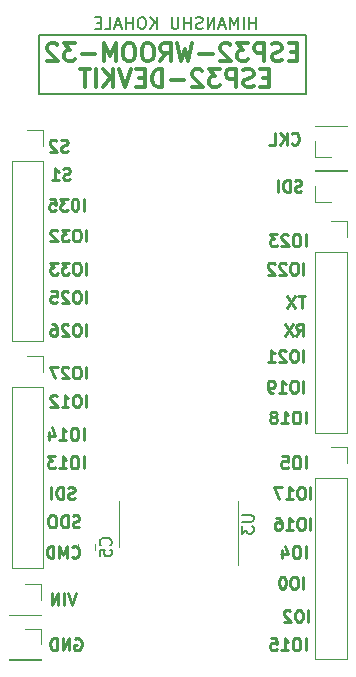
<source format=gbr>
%TF.GenerationSoftware,KiCad,Pcbnew,7.0.2*%
%TF.CreationDate,2023-08-23T23:39:57+05:30*%
%TF.ProjectId,esp32_dev_board,65737033-325f-4646-9576-5f626f617264,rev?*%
%TF.SameCoordinates,Original*%
%TF.FileFunction,Legend,Bot*%
%TF.FilePolarity,Positive*%
%FSLAX46Y46*%
G04 Gerber Fmt 4.6, Leading zero omitted, Abs format (unit mm)*
G04 Created by KiCad (PCBNEW 7.0.2) date 2023-08-23 23:39:57*
%MOMM*%
%LPD*%
G01*
G04 APERTURE LIST*
%ADD10C,0.150000*%
%ADD11C,0.250000*%
%ADD12C,0.300000*%
%ADD13C,0.120000*%
G04 APERTURE END LIST*
D10*
X99800000Y-69200000D02*
X122400000Y-69200000D01*
X122400000Y-74200000D01*
X99800000Y-74200000D01*
X99800000Y-69200000D01*
D11*
X122361904Y-113477619D02*
X122361904Y-112477619D01*
X121695238Y-112477619D02*
X121504762Y-112477619D01*
X121504762Y-112477619D02*
X121409524Y-112525238D01*
X121409524Y-112525238D02*
X121314286Y-112620476D01*
X121314286Y-112620476D02*
X121266667Y-112810952D01*
X121266667Y-112810952D02*
X121266667Y-113144285D01*
X121266667Y-113144285D02*
X121314286Y-113334761D01*
X121314286Y-113334761D02*
X121409524Y-113430000D01*
X121409524Y-113430000D02*
X121504762Y-113477619D01*
X121504762Y-113477619D02*
X121695238Y-113477619D01*
X121695238Y-113477619D02*
X121790476Y-113430000D01*
X121790476Y-113430000D02*
X121885714Y-113334761D01*
X121885714Y-113334761D02*
X121933333Y-113144285D01*
X121933333Y-113144285D02*
X121933333Y-112810952D01*
X121933333Y-112810952D02*
X121885714Y-112620476D01*
X121885714Y-112620476D02*
X121790476Y-112525238D01*
X121790476Y-112525238D02*
X121695238Y-112477619D01*
X120409524Y-112810952D02*
X120409524Y-113477619D01*
X120647619Y-112430000D02*
X120885714Y-113144285D01*
X120885714Y-113144285D02*
X120266667Y-113144285D01*
X122161904Y-96877619D02*
X122161904Y-95877619D01*
X121495238Y-95877619D02*
X121304762Y-95877619D01*
X121304762Y-95877619D02*
X121209524Y-95925238D01*
X121209524Y-95925238D02*
X121114286Y-96020476D01*
X121114286Y-96020476D02*
X121066667Y-96210952D01*
X121066667Y-96210952D02*
X121066667Y-96544285D01*
X121066667Y-96544285D02*
X121114286Y-96734761D01*
X121114286Y-96734761D02*
X121209524Y-96830000D01*
X121209524Y-96830000D02*
X121304762Y-96877619D01*
X121304762Y-96877619D02*
X121495238Y-96877619D01*
X121495238Y-96877619D02*
X121590476Y-96830000D01*
X121590476Y-96830000D02*
X121685714Y-96734761D01*
X121685714Y-96734761D02*
X121733333Y-96544285D01*
X121733333Y-96544285D02*
X121733333Y-96210952D01*
X121733333Y-96210952D02*
X121685714Y-96020476D01*
X121685714Y-96020476D02*
X121590476Y-95925238D01*
X121590476Y-95925238D02*
X121495238Y-95877619D01*
X120685714Y-95972857D02*
X120638095Y-95925238D01*
X120638095Y-95925238D02*
X120542857Y-95877619D01*
X120542857Y-95877619D02*
X120304762Y-95877619D01*
X120304762Y-95877619D02*
X120209524Y-95925238D01*
X120209524Y-95925238D02*
X120161905Y-95972857D01*
X120161905Y-95972857D02*
X120114286Y-96068095D01*
X120114286Y-96068095D02*
X120114286Y-96163333D01*
X120114286Y-96163333D02*
X120161905Y-96306190D01*
X120161905Y-96306190D02*
X120733333Y-96877619D01*
X120733333Y-96877619D02*
X120114286Y-96877619D01*
X119161905Y-96877619D02*
X119733333Y-96877619D01*
X119447619Y-96877619D02*
X119447619Y-95877619D01*
X119447619Y-95877619D02*
X119542857Y-96020476D01*
X119542857Y-96020476D02*
X119638095Y-96115714D01*
X119638095Y-96115714D02*
X119733333Y-96163333D01*
D12*
X121642857Y-70630714D02*
X121142857Y-70630714D01*
X120928571Y-71416428D02*
X121642857Y-71416428D01*
X121642857Y-71416428D02*
X121642857Y-69916428D01*
X121642857Y-69916428D02*
X120928571Y-69916428D01*
X120357142Y-71345000D02*
X120142857Y-71416428D01*
X120142857Y-71416428D02*
X119785714Y-71416428D01*
X119785714Y-71416428D02*
X119642857Y-71345000D01*
X119642857Y-71345000D02*
X119571428Y-71273571D01*
X119571428Y-71273571D02*
X119499999Y-71130714D01*
X119499999Y-71130714D02*
X119499999Y-70987857D01*
X119499999Y-70987857D02*
X119571428Y-70845000D01*
X119571428Y-70845000D02*
X119642857Y-70773571D01*
X119642857Y-70773571D02*
X119785714Y-70702142D01*
X119785714Y-70702142D02*
X120071428Y-70630714D01*
X120071428Y-70630714D02*
X120214285Y-70559285D01*
X120214285Y-70559285D02*
X120285714Y-70487857D01*
X120285714Y-70487857D02*
X120357142Y-70345000D01*
X120357142Y-70345000D02*
X120357142Y-70202142D01*
X120357142Y-70202142D02*
X120285714Y-70059285D01*
X120285714Y-70059285D02*
X120214285Y-69987857D01*
X120214285Y-69987857D02*
X120071428Y-69916428D01*
X120071428Y-69916428D02*
X119714285Y-69916428D01*
X119714285Y-69916428D02*
X119499999Y-69987857D01*
X118857143Y-71416428D02*
X118857143Y-69916428D01*
X118857143Y-69916428D02*
X118285714Y-69916428D01*
X118285714Y-69916428D02*
X118142857Y-69987857D01*
X118142857Y-69987857D02*
X118071428Y-70059285D01*
X118071428Y-70059285D02*
X118000000Y-70202142D01*
X118000000Y-70202142D02*
X118000000Y-70416428D01*
X118000000Y-70416428D02*
X118071428Y-70559285D01*
X118071428Y-70559285D02*
X118142857Y-70630714D01*
X118142857Y-70630714D02*
X118285714Y-70702142D01*
X118285714Y-70702142D02*
X118857143Y-70702142D01*
X117500000Y-69916428D02*
X116571428Y-69916428D01*
X116571428Y-69916428D02*
X117071428Y-70487857D01*
X117071428Y-70487857D02*
X116857143Y-70487857D01*
X116857143Y-70487857D02*
X116714286Y-70559285D01*
X116714286Y-70559285D02*
X116642857Y-70630714D01*
X116642857Y-70630714D02*
X116571428Y-70773571D01*
X116571428Y-70773571D02*
X116571428Y-71130714D01*
X116571428Y-71130714D02*
X116642857Y-71273571D01*
X116642857Y-71273571D02*
X116714286Y-71345000D01*
X116714286Y-71345000D02*
X116857143Y-71416428D01*
X116857143Y-71416428D02*
X117285714Y-71416428D01*
X117285714Y-71416428D02*
X117428571Y-71345000D01*
X117428571Y-71345000D02*
X117500000Y-71273571D01*
X116000000Y-70059285D02*
X115928572Y-69987857D01*
X115928572Y-69987857D02*
X115785715Y-69916428D01*
X115785715Y-69916428D02*
X115428572Y-69916428D01*
X115428572Y-69916428D02*
X115285715Y-69987857D01*
X115285715Y-69987857D02*
X115214286Y-70059285D01*
X115214286Y-70059285D02*
X115142857Y-70202142D01*
X115142857Y-70202142D02*
X115142857Y-70345000D01*
X115142857Y-70345000D02*
X115214286Y-70559285D01*
X115214286Y-70559285D02*
X116071429Y-71416428D01*
X116071429Y-71416428D02*
X115142857Y-71416428D01*
X114500001Y-70845000D02*
X113357144Y-70845000D01*
X112785715Y-69916428D02*
X112428572Y-71416428D01*
X112428572Y-71416428D02*
X112142858Y-70345000D01*
X112142858Y-70345000D02*
X111857143Y-71416428D01*
X111857143Y-71416428D02*
X111500001Y-69916428D01*
X110071429Y-71416428D02*
X110571429Y-70702142D01*
X110928572Y-71416428D02*
X110928572Y-69916428D01*
X110928572Y-69916428D02*
X110357143Y-69916428D01*
X110357143Y-69916428D02*
X110214286Y-69987857D01*
X110214286Y-69987857D02*
X110142857Y-70059285D01*
X110142857Y-70059285D02*
X110071429Y-70202142D01*
X110071429Y-70202142D02*
X110071429Y-70416428D01*
X110071429Y-70416428D02*
X110142857Y-70559285D01*
X110142857Y-70559285D02*
X110214286Y-70630714D01*
X110214286Y-70630714D02*
X110357143Y-70702142D01*
X110357143Y-70702142D02*
X110928572Y-70702142D01*
X109142857Y-69916428D02*
X108857143Y-69916428D01*
X108857143Y-69916428D02*
X108714286Y-69987857D01*
X108714286Y-69987857D02*
X108571429Y-70130714D01*
X108571429Y-70130714D02*
X108500000Y-70416428D01*
X108500000Y-70416428D02*
X108500000Y-70916428D01*
X108500000Y-70916428D02*
X108571429Y-71202142D01*
X108571429Y-71202142D02*
X108714286Y-71345000D01*
X108714286Y-71345000D02*
X108857143Y-71416428D01*
X108857143Y-71416428D02*
X109142857Y-71416428D01*
X109142857Y-71416428D02*
X109285715Y-71345000D01*
X109285715Y-71345000D02*
X109428572Y-71202142D01*
X109428572Y-71202142D02*
X109500000Y-70916428D01*
X109500000Y-70916428D02*
X109500000Y-70416428D01*
X109500000Y-70416428D02*
X109428572Y-70130714D01*
X109428572Y-70130714D02*
X109285715Y-69987857D01*
X109285715Y-69987857D02*
X109142857Y-69916428D01*
X107571428Y-69916428D02*
X107285714Y-69916428D01*
X107285714Y-69916428D02*
X107142857Y-69987857D01*
X107142857Y-69987857D02*
X107000000Y-70130714D01*
X107000000Y-70130714D02*
X106928571Y-70416428D01*
X106928571Y-70416428D02*
X106928571Y-70916428D01*
X106928571Y-70916428D02*
X107000000Y-71202142D01*
X107000000Y-71202142D02*
X107142857Y-71345000D01*
X107142857Y-71345000D02*
X107285714Y-71416428D01*
X107285714Y-71416428D02*
X107571428Y-71416428D01*
X107571428Y-71416428D02*
X107714286Y-71345000D01*
X107714286Y-71345000D02*
X107857143Y-71202142D01*
X107857143Y-71202142D02*
X107928571Y-70916428D01*
X107928571Y-70916428D02*
X107928571Y-70416428D01*
X107928571Y-70416428D02*
X107857143Y-70130714D01*
X107857143Y-70130714D02*
X107714286Y-69987857D01*
X107714286Y-69987857D02*
X107571428Y-69916428D01*
X106285714Y-71416428D02*
X106285714Y-69916428D01*
X106285714Y-69916428D02*
X105785714Y-70987857D01*
X105785714Y-70987857D02*
X105285714Y-69916428D01*
X105285714Y-69916428D02*
X105285714Y-71416428D01*
X104571428Y-70845000D02*
X103428571Y-70845000D01*
X102857142Y-69916428D02*
X101928570Y-69916428D01*
X101928570Y-69916428D02*
X102428570Y-70487857D01*
X102428570Y-70487857D02*
X102214285Y-70487857D01*
X102214285Y-70487857D02*
X102071428Y-70559285D01*
X102071428Y-70559285D02*
X101999999Y-70630714D01*
X101999999Y-70630714D02*
X101928570Y-70773571D01*
X101928570Y-70773571D02*
X101928570Y-71130714D01*
X101928570Y-71130714D02*
X101999999Y-71273571D01*
X101999999Y-71273571D02*
X102071428Y-71345000D01*
X102071428Y-71345000D02*
X102214285Y-71416428D01*
X102214285Y-71416428D02*
X102642856Y-71416428D01*
X102642856Y-71416428D02*
X102785713Y-71345000D01*
X102785713Y-71345000D02*
X102857142Y-71273571D01*
X101357142Y-70059285D02*
X101285714Y-69987857D01*
X101285714Y-69987857D02*
X101142857Y-69916428D01*
X101142857Y-69916428D02*
X100785714Y-69916428D01*
X100785714Y-69916428D02*
X100642857Y-69987857D01*
X100642857Y-69987857D02*
X100571428Y-70059285D01*
X100571428Y-70059285D02*
X100499999Y-70202142D01*
X100499999Y-70202142D02*
X100499999Y-70345000D01*
X100499999Y-70345000D02*
X100571428Y-70559285D01*
X100571428Y-70559285D02*
X101428571Y-71416428D01*
X101428571Y-71416428D02*
X100499999Y-71416428D01*
D11*
X103561904Y-103477619D02*
X103561904Y-102477619D01*
X102895238Y-102477619D02*
X102704762Y-102477619D01*
X102704762Y-102477619D02*
X102609524Y-102525238D01*
X102609524Y-102525238D02*
X102514286Y-102620476D01*
X102514286Y-102620476D02*
X102466667Y-102810952D01*
X102466667Y-102810952D02*
X102466667Y-103144285D01*
X102466667Y-103144285D02*
X102514286Y-103334761D01*
X102514286Y-103334761D02*
X102609524Y-103430000D01*
X102609524Y-103430000D02*
X102704762Y-103477619D01*
X102704762Y-103477619D02*
X102895238Y-103477619D01*
X102895238Y-103477619D02*
X102990476Y-103430000D01*
X102990476Y-103430000D02*
X103085714Y-103334761D01*
X103085714Y-103334761D02*
X103133333Y-103144285D01*
X103133333Y-103144285D02*
X103133333Y-102810952D01*
X103133333Y-102810952D02*
X103085714Y-102620476D01*
X103085714Y-102620476D02*
X102990476Y-102525238D01*
X102990476Y-102525238D02*
X102895238Y-102477619D01*
X101514286Y-103477619D02*
X102085714Y-103477619D01*
X101800000Y-103477619D02*
X101800000Y-102477619D01*
X101800000Y-102477619D02*
X101895238Y-102620476D01*
X101895238Y-102620476D02*
X101990476Y-102715714D01*
X101990476Y-102715714D02*
X102085714Y-102763333D01*
X100657143Y-102810952D02*
X100657143Y-103477619D01*
X100895238Y-102430000D02*
X101133333Y-103144285D01*
X101133333Y-103144285D02*
X100514286Y-103144285D01*
X121590476Y-94677619D02*
X121923809Y-94201428D01*
X122161904Y-94677619D02*
X122161904Y-93677619D01*
X122161904Y-93677619D02*
X121780952Y-93677619D01*
X121780952Y-93677619D02*
X121685714Y-93725238D01*
X121685714Y-93725238D02*
X121638095Y-93772857D01*
X121638095Y-93772857D02*
X121590476Y-93868095D01*
X121590476Y-93868095D02*
X121590476Y-94010952D01*
X121590476Y-94010952D02*
X121638095Y-94106190D01*
X121638095Y-94106190D02*
X121685714Y-94153809D01*
X121685714Y-94153809D02*
X121780952Y-94201428D01*
X121780952Y-94201428D02*
X122161904Y-94201428D01*
X121257142Y-93677619D02*
X120590476Y-94677619D01*
X120590476Y-93677619D02*
X121257142Y-94677619D01*
X122561904Y-118877619D02*
X122561904Y-117877619D01*
X121895238Y-117877619D02*
X121704762Y-117877619D01*
X121704762Y-117877619D02*
X121609524Y-117925238D01*
X121609524Y-117925238D02*
X121514286Y-118020476D01*
X121514286Y-118020476D02*
X121466667Y-118210952D01*
X121466667Y-118210952D02*
X121466667Y-118544285D01*
X121466667Y-118544285D02*
X121514286Y-118734761D01*
X121514286Y-118734761D02*
X121609524Y-118830000D01*
X121609524Y-118830000D02*
X121704762Y-118877619D01*
X121704762Y-118877619D02*
X121895238Y-118877619D01*
X121895238Y-118877619D02*
X121990476Y-118830000D01*
X121990476Y-118830000D02*
X122085714Y-118734761D01*
X122085714Y-118734761D02*
X122133333Y-118544285D01*
X122133333Y-118544285D02*
X122133333Y-118210952D01*
X122133333Y-118210952D02*
X122085714Y-118020476D01*
X122085714Y-118020476D02*
X121990476Y-117925238D01*
X121990476Y-117925238D02*
X121895238Y-117877619D01*
X121085714Y-117972857D02*
X121038095Y-117925238D01*
X121038095Y-117925238D02*
X120942857Y-117877619D01*
X120942857Y-117877619D02*
X120704762Y-117877619D01*
X120704762Y-117877619D02*
X120609524Y-117925238D01*
X120609524Y-117925238D02*
X120561905Y-117972857D01*
X120561905Y-117972857D02*
X120514286Y-118068095D01*
X120514286Y-118068095D02*
X120514286Y-118163333D01*
X120514286Y-118163333D02*
X120561905Y-118306190D01*
X120561905Y-118306190D02*
X121133333Y-118877619D01*
X121133333Y-118877619D02*
X120514286Y-118877619D01*
X103209523Y-110830000D02*
X103066666Y-110877619D01*
X103066666Y-110877619D02*
X102828571Y-110877619D01*
X102828571Y-110877619D02*
X102733333Y-110830000D01*
X102733333Y-110830000D02*
X102685714Y-110782380D01*
X102685714Y-110782380D02*
X102638095Y-110687142D01*
X102638095Y-110687142D02*
X102638095Y-110591904D01*
X102638095Y-110591904D02*
X102685714Y-110496666D01*
X102685714Y-110496666D02*
X102733333Y-110449047D01*
X102733333Y-110449047D02*
X102828571Y-110401428D01*
X102828571Y-110401428D02*
X103019047Y-110353809D01*
X103019047Y-110353809D02*
X103114285Y-110306190D01*
X103114285Y-110306190D02*
X103161904Y-110258571D01*
X103161904Y-110258571D02*
X103209523Y-110163333D01*
X103209523Y-110163333D02*
X103209523Y-110068095D01*
X103209523Y-110068095D02*
X103161904Y-109972857D01*
X103161904Y-109972857D02*
X103114285Y-109925238D01*
X103114285Y-109925238D02*
X103019047Y-109877619D01*
X103019047Y-109877619D02*
X102780952Y-109877619D01*
X102780952Y-109877619D02*
X102638095Y-109925238D01*
X102209523Y-110877619D02*
X102209523Y-109877619D01*
X102209523Y-109877619D02*
X101971428Y-109877619D01*
X101971428Y-109877619D02*
X101828571Y-109925238D01*
X101828571Y-109925238D02*
X101733333Y-110020476D01*
X101733333Y-110020476D02*
X101685714Y-110115714D01*
X101685714Y-110115714D02*
X101638095Y-110306190D01*
X101638095Y-110306190D02*
X101638095Y-110449047D01*
X101638095Y-110449047D02*
X101685714Y-110639523D01*
X101685714Y-110639523D02*
X101733333Y-110734761D01*
X101733333Y-110734761D02*
X101828571Y-110830000D01*
X101828571Y-110830000D02*
X101971428Y-110877619D01*
X101971428Y-110877619D02*
X102209523Y-110877619D01*
X101019047Y-109877619D02*
X100828571Y-109877619D01*
X100828571Y-109877619D02*
X100733333Y-109925238D01*
X100733333Y-109925238D02*
X100638095Y-110020476D01*
X100638095Y-110020476D02*
X100590476Y-110210952D01*
X100590476Y-110210952D02*
X100590476Y-110544285D01*
X100590476Y-110544285D02*
X100638095Y-110734761D01*
X100638095Y-110734761D02*
X100733333Y-110830000D01*
X100733333Y-110830000D02*
X100828571Y-110877619D01*
X100828571Y-110877619D02*
X101019047Y-110877619D01*
X101019047Y-110877619D02*
X101114285Y-110830000D01*
X101114285Y-110830000D02*
X101209523Y-110734761D01*
X101209523Y-110734761D02*
X101257142Y-110544285D01*
X101257142Y-110544285D02*
X101257142Y-110210952D01*
X101257142Y-110210952D02*
X101209523Y-110020476D01*
X101209523Y-110020476D02*
X101114285Y-109925238D01*
X101114285Y-109925238D02*
X101019047Y-109877619D01*
X103561904Y-84077619D02*
X103561904Y-83077619D01*
X102895238Y-83077619D02*
X102800000Y-83077619D01*
X102800000Y-83077619D02*
X102704762Y-83125238D01*
X102704762Y-83125238D02*
X102657143Y-83172857D01*
X102657143Y-83172857D02*
X102609524Y-83268095D01*
X102609524Y-83268095D02*
X102561905Y-83458571D01*
X102561905Y-83458571D02*
X102561905Y-83696666D01*
X102561905Y-83696666D02*
X102609524Y-83887142D01*
X102609524Y-83887142D02*
X102657143Y-83982380D01*
X102657143Y-83982380D02*
X102704762Y-84030000D01*
X102704762Y-84030000D02*
X102800000Y-84077619D01*
X102800000Y-84077619D02*
X102895238Y-84077619D01*
X102895238Y-84077619D02*
X102990476Y-84030000D01*
X102990476Y-84030000D02*
X103038095Y-83982380D01*
X103038095Y-83982380D02*
X103085714Y-83887142D01*
X103085714Y-83887142D02*
X103133333Y-83696666D01*
X103133333Y-83696666D02*
X103133333Y-83458571D01*
X103133333Y-83458571D02*
X103085714Y-83268095D01*
X103085714Y-83268095D02*
X103038095Y-83172857D01*
X103038095Y-83172857D02*
X102990476Y-83125238D01*
X102990476Y-83125238D02*
X102895238Y-83077619D01*
X102228571Y-83077619D02*
X101609524Y-83077619D01*
X101609524Y-83077619D02*
X101942857Y-83458571D01*
X101942857Y-83458571D02*
X101800000Y-83458571D01*
X101800000Y-83458571D02*
X101704762Y-83506190D01*
X101704762Y-83506190D02*
X101657143Y-83553809D01*
X101657143Y-83553809D02*
X101609524Y-83649047D01*
X101609524Y-83649047D02*
X101609524Y-83887142D01*
X101609524Y-83887142D02*
X101657143Y-83982380D01*
X101657143Y-83982380D02*
X101704762Y-84030000D01*
X101704762Y-84030000D02*
X101800000Y-84077619D01*
X101800000Y-84077619D02*
X102085714Y-84077619D01*
X102085714Y-84077619D02*
X102180952Y-84030000D01*
X102180952Y-84030000D02*
X102228571Y-83982380D01*
X100704762Y-83077619D02*
X101180952Y-83077619D01*
X101180952Y-83077619D02*
X101228571Y-83553809D01*
X101228571Y-83553809D02*
X101180952Y-83506190D01*
X101180952Y-83506190D02*
X101085714Y-83458571D01*
X101085714Y-83458571D02*
X100847619Y-83458571D01*
X100847619Y-83458571D02*
X100752381Y-83506190D01*
X100752381Y-83506190D02*
X100704762Y-83553809D01*
X100704762Y-83553809D02*
X100657143Y-83649047D01*
X100657143Y-83649047D02*
X100657143Y-83887142D01*
X100657143Y-83887142D02*
X100704762Y-83982380D01*
X100704762Y-83982380D02*
X100752381Y-84030000D01*
X100752381Y-84030000D02*
X100847619Y-84077619D01*
X100847619Y-84077619D02*
X101085714Y-84077619D01*
X101085714Y-84077619D02*
X101180952Y-84030000D01*
X101180952Y-84030000D02*
X101228571Y-83982380D01*
X122009523Y-82430000D02*
X121866666Y-82477619D01*
X121866666Y-82477619D02*
X121628571Y-82477619D01*
X121628571Y-82477619D02*
X121533333Y-82430000D01*
X121533333Y-82430000D02*
X121485714Y-82382380D01*
X121485714Y-82382380D02*
X121438095Y-82287142D01*
X121438095Y-82287142D02*
X121438095Y-82191904D01*
X121438095Y-82191904D02*
X121485714Y-82096666D01*
X121485714Y-82096666D02*
X121533333Y-82049047D01*
X121533333Y-82049047D02*
X121628571Y-82001428D01*
X121628571Y-82001428D02*
X121819047Y-81953809D01*
X121819047Y-81953809D02*
X121914285Y-81906190D01*
X121914285Y-81906190D02*
X121961904Y-81858571D01*
X121961904Y-81858571D02*
X122009523Y-81763333D01*
X122009523Y-81763333D02*
X122009523Y-81668095D01*
X122009523Y-81668095D02*
X121961904Y-81572857D01*
X121961904Y-81572857D02*
X121914285Y-81525238D01*
X121914285Y-81525238D02*
X121819047Y-81477619D01*
X121819047Y-81477619D02*
X121580952Y-81477619D01*
X121580952Y-81477619D02*
X121438095Y-81525238D01*
X121009523Y-82477619D02*
X121009523Y-81477619D01*
X121009523Y-81477619D02*
X120771428Y-81477619D01*
X120771428Y-81477619D02*
X120628571Y-81525238D01*
X120628571Y-81525238D02*
X120533333Y-81620476D01*
X120533333Y-81620476D02*
X120485714Y-81715714D01*
X120485714Y-81715714D02*
X120438095Y-81906190D01*
X120438095Y-81906190D02*
X120438095Y-82049047D01*
X120438095Y-82049047D02*
X120485714Y-82239523D01*
X120485714Y-82239523D02*
X120533333Y-82334761D01*
X120533333Y-82334761D02*
X120628571Y-82430000D01*
X120628571Y-82430000D02*
X120771428Y-82477619D01*
X120771428Y-82477619D02*
X121009523Y-82477619D01*
X120009523Y-82477619D02*
X120009523Y-81477619D01*
X102809523Y-108430000D02*
X102666666Y-108477619D01*
X102666666Y-108477619D02*
X102428571Y-108477619D01*
X102428571Y-108477619D02*
X102333333Y-108430000D01*
X102333333Y-108430000D02*
X102285714Y-108382380D01*
X102285714Y-108382380D02*
X102238095Y-108287142D01*
X102238095Y-108287142D02*
X102238095Y-108191904D01*
X102238095Y-108191904D02*
X102285714Y-108096666D01*
X102285714Y-108096666D02*
X102333333Y-108049047D01*
X102333333Y-108049047D02*
X102428571Y-108001428D01*
X102428571Y-108001428D02*
X102619047Y-107953809D01*
X102619047Y-107953809D02*
X102714285Y-107906190D01*
X102714285Y-107906190D02*
X102761904Y-107858571D01*
X102761904Y-107858571D02*
X102809523Y-107763333D01*
X102809523Y-107763333D02*
X102809523Y-107668095D01*
X102809523Y-107668095D02*
X102761904Y-107572857D01*
X102761904Y-107572857D02*
X102714285Y-107525238D01*
X102714285Y-107525238D02*
X102619047Y-107477619D01*
X102619047Y-107477619D02*
X102380952Y-107477619D01*
X102380952Y-107477619D02*
X102238095Y-107525238D01*
X101809523Y-108477619D02*
X101809523Y-107477619D01*
X101809523Y-107477619D02*
X101571428Y-107477619D01*
X101571428Y-107477619D02*
X101428571Y-107525238D01*
X101428571Y-107525238D02*
X101333333Y-107620476D01*
X101333333Y-107620476D02*
X101285714Y-107715714D01*
X101285714Y-107715714D02*
X101238095Y-107906190D01*
X101238095Y-107906190D02*
X101238095Y-108049047D01*
X101238095Y-108049047D02*
X101285714Y-108239523D01*
X101285714Y-108239523D02*
X101333333Y-108334761D01*
X101333333Y-108334761D02*
X101428571Y-108430000D01*
X101428571Y-108430000D02*
X101571428Y-108477619D01*
X101571428Y-108477619D02*
X101809523Y-108477619D01*
X100809523Y-108477619D02*
X100809523Y-107477619D01*
X121190476Y-78382380D02*
X121238095Y-78430000D01*
X121238095Y-78430000D02*
X121380952Y-78477619D01*
X121380952Y-78477619D02*
X121476190Y-78477619D01*
X121476190Y-78477619D02*
X121619047Y-78430000D01*
X121619047Y-78430000D02*
X121714285Y-78334761D01*
X121714285Y-78334761D02*
X121761904Y-78239523D01*
X121761904Y-78239523D02*
X121809523Y-78049047D01*
X121809523Y-78049047D02*
X121809523Y-77906190D01*
X121809523Y-77906190D02*
X121761904Y-77715714D01*
X121761904Y-77715714D02*
X121714285Y-77620476D01*
X121714285Y-77620476D02*
X121619047Y-77525238D01*
X121619047Y-77525238D02*
X121476190Y-77477619D01*
X121476190Y-77477619D02*
X121380952Y-77477619D01*
X121380952Y-77477619D02*
X121238095Y-77525238D01*
X121238095Y-77525238D02*
X121190476Y-77572857D01*
X120761904Y-78477619D02*
X120761904Y-77477619D01*
X120190476Y-78477619D02*
X120619047Y-77906190D01*
X120190476Y-77477619D02*
X120761904Y-78049047D01*
X119285714Y-78477619D02*
X119761904Y-78477619D01*
X119761904Y-78477619D02*
X119761904Y-77477619D01*
X122361904Y-102077619D02*
X122361904Y-101077619D01*
X121695238Y-101077619D02*
X121504762Y-101077619D01*
X121504762Y-101077619D02*
X121409524Y-101125238D01*
X121409524Y-101125238D02*
X121314286Y-101220476D01*
X121314286Y-101220476D02*
X121266667Y-101410952D01*
X121266667Y-101410952D02*
X121266667Y-101744285D01*
X121266667Y-101744285D02*
X121314286Y-101934761D01*
X121314286Y-101934761D02*
X121409524Y-102030000D01*
X121409524Y-102030000D02*
X121504762Y-102077619D01*
X121504762Y-102077619D02*
X121695238Y-102077619D01*
X121695238Y-102077619D02*
X121790476Y-102030000D01*
X121790476Y-102030000D02*
X121885714Y-101934761D01*
X121885714Y-101934761D02*
X121933333Y-101744285D01*
X121933333Y-101744285D02*
X121933333Y-101410952D01*
X121933333Y-101410952D02*
X121885714Y-101220476D01*
X121885714Y-101220476D02*
X121790476Y-101125238D01*
X121790476Y-101125238D02*
X121695238Y-101077619D01*
X120314286Y-102077619D02*
X120885714Y-102077619D01*
X120600000Y-102077619D02*
X120600000Y-101077619D01*
X120600000Y-101077619D02*
X120695238Y-101220476D01*
X120695238Y-101220476D02*
X120790476Y-101315714D01*
X120790476Y-101315714D02*
X120885714Y-101363333D01*
X119742857Y-101506190D02*
X119838095Y-101458571D01*
X119838095Y-101458571D02*
X119885714Y-101410952D01*
X119885714Y-101410952D02*
X119933333Y-101315714D01*
X119933333Y-101315714D02*
X119933333Y-101268095D01*
X119933333Y-101268095D02*
X119885714Y-101172857D01*
X119885714Y-101172857D02*
X119838095Y-101125238D01*
X119838095Y-101125238D02*
X119742857Y-101077619D01*
X119742857Y-101077619D02*
X119552381Y-101077619D01*
X119552381Y-101077619D02*
X119457143Y-101125238D01*
X119457143Y-101125238D02*
X119409524Y-101172857D01*
X119409524Y-101172857D02*
X119361905Y-101268095D01*
X119361905Y-101268095D02*
X119361905Y-101315714D01*
X119361905Y-101315714D02*
X119409524Y-101410952D01*
X119409524Y-101410952D02*
X119457143Y-101458571D01*
X119457143Y-101458571D02*
X119552381Y-101506190D01*
X119552381Y-101506190D02*
X119742857Y-101506190D01*
X119742857Y-101506190D02*
X119838095Y-101553809D01*
X119838095Y-101553809D02*
X119885714Y-101601428D01*
X119885714Y-101601428D02*
X119933333Y-101696666D01*
X119933333Y-101696666D02*
X119933333Y-101887142D01*
X119933333Y-101887142D02*
X119885714Y-101982380D01*
X119885714Y-101982380D02*
X119838095Y-102030000D01*
X119838095Y-102030000D02*
X119742857Y-102077619D01*
X119742857Y-102077619D02*
X119552381Y-102077619D01*
X119552381Y-102077619D02*
X119457143Y-102030000D01*
X119457143Y-102030000D02*
X119409524Y-101982380D01*
X119409524Y-101982380D02*
X119361905Y-101887142D01*
X119361905Y-101887142D02*
X119361905Y-101696666D01*
X119361905Y-101696666D02*
X119409524Y-101601428D01*
X119409524Y-101601428D02*
X119457143Y-101553809D01*
X119457143Y-101553809D02*
X119552381Y-101506190D01*
X122361904Y-87077619D02*
X122361904Y-86077619D01*
X121695238Y-86077619D02*
X121504762Y-86077619D01*
X121504762Y-86077619D02*
X121409524Y-86125238D01*
X121409524Y-86125238D02*
X121314286Y-86220476D01*
X121314286Y-86220476D02*
X121266667Y-86410952D01*
X121266667Y-86410952D02*
X121266667Y-86744285D01*
X121266667Y-86744285D02*
X121314286Y-86934761D01*
X121314286Y-86934761D02*
X121409524Y-87030000D01*
X121409524Y-87030000D02*
X121504762Y-87077619D01*
X121504762Y-87077619D02*
X121695238Y-87077619D01*
X121695238Y-87077619D02*
X121790476Y-87030000D01*
X121790476Y-87030000D02*
X121885714Y-86934761D01*
X121885714Y-86934761D02*
X121933333Y-86744285D01*
X121933333Y-86744285D02*
X121933333Y-86410952D01*
X121933333Y-86410952D02*
X121885714Y-86220476D01*
X121885714Y-86220476D02*
X121790476Y-86125238D01*
X121790476Y-86125238D02*
X121695238Y-86077619D01*
X120885714Y-86172857D02*
X120838095Y-86125238D01*
X120838095Y-86125238D02*
X120742857Y-86077619D01*
X120742857Y-86077619D02*
X120504762Y-86077619D01*
X120504762Y-86077619D02*
X120409524Y-86125238D01*
X120409524Y-86125238D02*
X120361905Y-86172857D01*
X120361905Y-86172857D02*
X120314286Y-86268095D01*
X120314286Y-86268095D02*
X120314286Y-86363333D01*
X120314286Y-86363333D02*
X120361905Y-86506190D01*
X120361905Y-86506190D02*
X120933333Y-87077619D01*
X120933333Y-87077619D02*
X120314286Y-87077619D01*
X119980952Y-86077619D02*
X119361905Y-86077619D01*
X119361905Y-86077619D02*
X119695238Y-86458571D01*
X119695238Y-86458571D02*
X119552381Y-86458571D01*
X119552381Y-86458571D02*
X119457143Y-86506190D01*
X119457143Y-86506190D02*
X119409524Y-86553809D01*
X119409524Y-86553809D02*
X119361905Y-86649047D01*
X119361905Y-86649047D02*
X119361905Y-86887142D01*
X119361905Y-86887142D02*
X119409524Y-86982380D01*
X119409524Y-86982380D02*
X119457143Y-87030000D01*
X119457143Y-87030000D02*
X119552381Y-87077619D01*
X119552381Y-87077619D02*
X119838095Y-87077619D01*
X119838095Y-87077619D02*
X119933333Y-87030000D01*
X119933333Y-87030000D02*
X119980952Y-86982380D01*
X103761904Y-91877619D02*
X103761904Y-90877619D01*
X103095238Y-90877619D02*
X102904762Y-90877619D01*
X102904762Y-90877619D02*
X102809524Y-90925238D01*
X102809524Y-90925238D02*
X102714286Y-91020476D01*
X102714286Y-91020476D02*
X102666667Y-91210952D01*
X102666667Y-91210952D02*
X102666667Y-91544285D01*
X102666667Y-91544285D02*
X102714286Y-91734761D01*
X102714286Y-91734761D02*
X102809524Y-91830000D01*
X102809524Y-91830000D02*
X102904762Y-91877619D01*
X102904762Y-91877619D02*
X103095238Y-91877619D01*
X103095238Y-91877619D02*
X103190476Y-91830000D01*
X103190476Y-91830000D02*
X103285714Y-91734761D01*
X103285714Y-91734761D02*
X103333333Y-91544285D01*
X103333333Y-91544285D02*
X103333333Y-91210952D01*
X103333333Y-91210952D02*
X103285714Y-91020476D01*
X103285714Y-91020476D02*
X103190476Y-90925238D01*
X103190476Y-90925238D02*
X103095238Y-90877619D01*
X102285714Y-90972857D02*
X102238095Y-90925238D01*
X102238095Y-90925238D02*
X102142857Y-90877619D01*
X102142857Y-90877619D02*
X101904762Y-90877619D01*
X101904762Y-90877619D02*
X101809524Y-90925238D01*
X101809524Y-90925238D02*
X101761905Y-90972857D01*
X101761905Y-90972857D02*
X101714286Y-91068095D01*
X101714286Y-91068095D02*
X101714286Y-91163333D01*
X101714286Y-91163333D02*
X101761905Y-91306190D01*
X101761905Y-91306190D02*
X102333333Y-91877619D01*
X102333333Y-91877619D02*
X101714286Y-91877619D01*
X100809524Y-90877619D02*
X101285714Y-90877619D01*
X101285714Y-90877619D02*
X101333333Y-91353809D01*
X101333333Y-91353809D02*
X101285714Y-91306190D01*
X101285714Y-91306190D02*
X101190476Y-91258571D01*
X101190476Y-91258571D02*
X100952381Y-91258571D01*
X100952381Y-91258571D02*
X100857143Y-91306190D01*
X100857143Y-91306190D02*
X100809524Y-91353809D01*
X100809524Y-91353809D02*
X100761905Y-91449047D01*
X100761905Y-91449047D02*
X100761905Y-91687142D01*
X100761905Y-91687142D02*
X100809524Y-91782380D01*
X100809524Y-91782380D02*
X100857143Y-91830000D01*
X100857143Y-91830000D02*
X100952381Y-91877619D01*
X100952381Y-91877619D02*
X101190476Y-91877619D01*
X101190476Y-91877619D02*
X101285714Y-91830000D01*
X101285714Y-91830000D02*
X101333333Y-91782380D01*
X122761904Y-108477619D02*
X122761904Y-107477619D01*
X122095238Y-107477619D02*
X121904762Y-107477619D01*
X121904762Y-107477619D02*
X121809524Y-107525238D01*
X121809524Y-107525238D02*
X121714286Y-107620476D01*
X121714286Y-107620476D02*
X121666667Y-107810952D01*
X121666667Y-107810952D02*
X121666667Y-108144285D01*
X121666667Y-108144285D02*
X121714286Y-108334761D01*
X121714286Y-108334761D02*
X121809524Y-108430000D01*
X121809524Y-108430000D02*
X121904762Y-108477619D01*
X121904762Y-108477619D02*
X122095238Y-108477619D01*
X122095238Y-108477619D02*
X122190476Y-108430000D01*
X122190476Y-108430000D02*
X122285714Y-108334761D01*
X122285714Y-108334761D02*
X122333333Y-108144285D01*
X122333333Y-108144285D02*
X122333333Y-107810952D01*
X122333333Y-107810952D02*
X122285714Y-107620476D01*
X122285714Y-107620476D02*
X122190476Y-107525238D01*
X122190476Y-107525238D02*
X122095238Y-107477619D01*
X120714286Y-108477619D02*
X121285714Y-108477619D01*
X121000000Y-108477619D02*
X121000000Y-107477619D01*
X121000000Y-107477619D02*
X121095238Y-107620476D01*
X121095238Y-107620476D02*
X121190476Y-107715714D01*
X121190476Y-107715714D02*
X121285714Y-107763333D01*
X120380952Y-107477619D02*
X119714286Y-107477619D01*
X119714286Y-107477619D02*
X120142857Y-108477619D01*
X103761904Y-89477619D02*
X103761904Y-88477619D01*
X103095238Y-88477619D02*
X102904762Y-88477619D01*
X102904762Y-88477619D02*
X102809524Y-88525238D01*
X102809524Y-88525238D02*
X102714286Y-88620476D01*
X102714286Y-88620476D02*
X102666667Y-88810952D01*
X102666667Y-88810952D02*
X102666667Y-89144285D01*
X102666667Y-89144285D02*
X102714286Y-89334761D01*
X102714286Y-89334761D02*
X102809524Y-89430000D01*
X102809524Y-89430000D02*
X102904762Y-89477619D01*
X102904762Y-89477619D02*
X103095238Y-89477619D01*
X103095238Y-89477619D02*
X103190476Y-89430000D01*
X103190476Y-89430000D02*
X103285714Y-89334761D01*
X103285714Y-89334761D02*
X103333333Y-89144285D01*
X103333333Y-89144285D02*
X103333333Y-88810952D01*
X103333333Y-88810952D02*
X103285714Y-88620476D01*
X103285714Y-88620476D02*
X103190476Y-88525238D01*
X103190476Y-88525238D02*
X103095238Y-88477619D01*
X102333333Y-88477619D02*
X101714286Y-88477619D01*
X101714286Y-88477619D02*
X102047619Y-88858571D01*
X102047619Y-88858571D02*
X101904762Y-88858571D01*
X101904762Y-88858571D02*
X101809524Y-88906190D01*
X101809524Y-88906190D02*
X101761905Y-88953809D01*
X101761905Y-88953809D02*
X101714286Y-89049047D01*
X101714286Y-89049047D02*
X101714286Y-89287142D01*
X101714286Y-89287142D02*
X101761905Y-89382380D01*
X101761905Y-89382380D02*
X101809524Y-89430000D01*
X101809524Y-89430000D02*
X101904762Y-89477619D01*
X101904762Y-89477619D02*
X102190476Y-89477619D01*
X102190476Y-89477619D02*
X102285714Y-89430000D01*
X102285714Y-89430000D02*
X102333333Y-89382380D01*
X101380952Y-88477619D02*
X100761905Y-88477619D01*
X100761905Y-88477619D02*
X101095238Y-88858571D01*
X101095238Y-88858571D02*
X100952381Y-88858571D01*
X100952381Y-88858571D02*
X100857143Y-88906190D01*
X100857143Y-88906190D02*
X100809524Y-88953809D01*
X100809524Y-88953809D02*
X100761905Y-89049047D01*
X100761905Y-89049047D02*
X100761905Y-89287142D01*
X100761905Y-89287142D02*
X100809524Y-89382380D01*
X100809524Y-89382380D02*
X100857143Y-89430000D01*
X100857143Y-89430000D02*
X100952381Y-89477619D01*
X100952381Y-89477619D02*
X101238095Y-89477619D01*
X101238095Y-89477619D02*
X101333333Y-89430000D01*
X101333333Y-89430000D02*
X101380952Y-89382380D01*
X122304761Y-91277619D02*
X121733333Y-91277619D01*
X122019047Y-92277619D02*
X122019047Y-91277619D01*
X121495237Y-91277619D02*
X120828571Y-92277619D01*
X120828571Y-91277619D02*
X121495237Y-92277619D01*
X122361904Y-121277619D02*
X122361904Y-120277619D01*
X121695238Y-120277619D02*
X121504762Y-120277619D01*
X121504762Y-120277619D02*
X121409524Y-120325238D01*
X121409524Y-120325238D02*
X121314286Y-120420476D01*
X121314286Y-120420476D02*
X121266667Y-120610952D01*
X121266667Y-120610952D02*
X121266667Y-120944285D01*
X121266667Y-120944285D02*
X121314286Y-121134761D01*
X121314286Y-121134761D02*
X121409524Y-121230000D01*
X121409524Y-121230000D02*
X121504762Y-121277619D01*
X121504762Y-121277619D02*
X121695238Y-121277619D01*
X121695238Y-121277619D02*
X121790476Y-121230000D01*
X121790476Y-121230000D02*
X121885714Y-121134761D01*
X121885714Y-121134761D02*
X121933333Y-120944285D01*
X121933333Y-120944285D02*
X121933333Y-120610952D01*
X121933333Y-120610952D02*
X121885714Y-120420476D01*
X121885714Y-120420476D02*
X121790476Y-120325238D01*
X121790476Y-120325238D02*
X121695238Y-120277619D01*
X120314286Y-121277619D02*
X120885714Y-121277619D01*
X120600000Y-121277619D02*
X120600000Y-120277619D01*
X120600000Y-120277619D02*
X120695238Y-120420476D01*
X120695238Y-120420476D02*
X120790476Y-120515714D01*
X120790476Y-120515714D02*
X120885714Y-120563333D01*
X119409524Y-120277619D02*
X119885714Y-120277619D01*
X119885714Y-120277619D02*
X119933333Y-120753809D01*
X119933333Y-120753809D02*
X119885714Y-120706190D01*
X119885714Y-120706190D02*
X119790476Y-120658571D01*
X119790476Y-120658571D02*
X119552381Y-120658571D01*
X119552381Y-120658571D02*
X119457143Y-120706190D01*
X119457143Y-120706190D02*
X119409524Y-120753809D01*
X119409524Y-120753809D02*
X119361905Y-120849047D01*
X119361905Y-120849047D02*
X119361905Y-121087142D01*
X119361905Y-121087142D02*
X119409524Y-121182380D01*
X119409524Y-121182380D02*
X119457143Y-121230000D01*
X119457143Y-121230000D02*
X119552381Y-121277619D01*
X119552381Y-121277619D02*
X119790476Y-121277619D01*
X119790476Y-121277619D02*
X119885714Y-121230000D01*
X119885714Y-121230000D02*
X119933333Y-121182380D01*
X122361904Y-105877619D02*
X122361904Y-104877619D01*
X121695238Y-104877619D02*
X121504762Y-104877619D01*
X121504762Y-104877619D02*
X121409524Y-104925238D01*
X121409524Y-104925238D02*
X121314286Y-105020476D01*
X121314286Y-105020476D02*
X121266667Y-105210952D01*
X121266667Y-105210952D02*
X121266667Y-105544285D01*
X121266667Y-105544285D02*
X121314286Y-105734761D01*
X121314286Y-105734761D02*
X121409524Y-105830000D01*
X121409524Y-105830000D02*
X121504762Y-105877619D01*
X121504762Y-105877619D02*
X121695238Y-105877619D01*
X121695238Y-105877619D02*
X121790476Y-105830000D01*
X121790476Y-105830000D02*
X121885714Y-105734761D01*
X121885714Y-105734761D02*
X121933333Y-105544285D01*
X121933333Y-105544285D02*
X121933333Y-105210952D01*
X121933333Y-105210952D02*
X121885714Y-105020476D01*
X121885714Y-105020476D02*
X121790476Y-104925238D01*
X121790476Y-104925238D02*
X121695238Y-104877619D01*
X120361905Y-104877619D02*
X120838095Y-104877619D01*
X120838095Y-104877619D02*
X120885714Y-105353809D01*
X120885714Y-105353809D02*
X120838095Y-105306190D01*
X120838095Y-105306190D02*
X120742857Y-105258571D01*
X120742857Y-105258571D02*
X120504762Y-105258571D01*
X120504762Y-105258571D02*
X120409524Y-105306190D01*
X120409524Y-105306190D02*
X120361905Y-105353809D01*
X120361905Y-105353809D02*
X120314286Y-105449047D01*
X120314286Y-105449047D02*
X120314286Y-105687142D01*
X120314286Y-105687142D02*
X120361905Y-105782380D01*
X120361905Y-105782380D02*
X120409524Y-105830000D01*
X120409524Y-105830000D02*
X120504762Y-105877619D01*
X120504762Y-105877619D02*
X120742857Y-105877619D01*
X120742857Y-105877619D02*
X120838095Y-105830000D01*
X120838095Y-105830000D02*
X120885714Y-105782380D01*
X122161904Y-99477619D02*
X122161904Y-98477619D01*
X121495238Y-98477619D02*
X121304762Y-98477619D01*
X121304762Y-98477619D02*
X121209524Y-98525238D01*
X121209524Y-98525238D02*
X121114286Y-98620476D01*
X121114286Y-98620476D02*
X121066667Y-98810952D01*
X121066667Y-98810952D02*
X121066667Y-99144285D01*
X121066667Y-99144285D02*
X121114286Y-99334761D01*
X121114286Y-99334761D02*
X121209524Y-99430000D01*
X121209524Y-99430000D02*
X121304762Y-99477619D01*
X121304762Y-99477619D02*
X121495238Y-99477619D01*
X121495238Y-99477619D02*
X121590476Y-99430000D01*
X121590476Y-99430000D02*
X121685714Y-99334761D01*
X121685714Y-99334761D02*
X121733333Y-99144285D01*
X121733333Y-99144285D02*
X121733333Y-98810952D01*
X121733333Y-98810952D02*
X121685714Y-98620476D01*
X121685714Y-98620476D02*
X121590476Y-98525238D01*
X121590476Y-98525238D02*
X121495238Y-98477619D01*
X120114286Y-99477619D02*
X120685714Y-99477619D01*
X120400000Y-99477619D02*
X120400000Y-98477619D01*
X120400000Y-98477619D02*
X120495238Y-98620476D01*
X120495238Y-98620476D02*
X120590476Y-98715714D01*
X120590476Y-98715714D02*
X120685714Y-98763333D01*
X119638095Y-99477619D02*
X119447619Y-99477619D01*
X119447619Y-99477619D02*
X119352381Y-99430000D01*
X119352381Y-99430000D02*
X119304762Y-99382380D01*
X119304762Y-99382380D02*
X119209524Y-99239523D01*
X119209524Y-99239523D02*
X119161905Y-99049047D01*
X119161905Y-99049047D02*
X119161905Y-98668095D01*
X119161905Y-98668095D02*
X119209524Y-98572857D01*
X119209524Y-98572857D02*
X119257143Y-98525238D01*
X119257143Y-98525238D02*
X119352381Y-98477619D01*
X119352381Y-98477619D02*
X119542857Y-98477619D01*
X119542857Y-98477619D02*
X119638095Y-98525238D01*
X119638095Y-98525238D02*
X119685714Y-98572857D01*
X119685714Y-98572857D02*
X119733333Y-98668095D01*
X119733333Y-98668095D02*
X119733333Y-98906190D01*
X119733333Y-98906190D02*
X119685714Y-99001428D01*
X119685714Y-99001428D02*
X119638095Y-99049047D01*
X119638095Y-99049047D02*
X119542857Y-99096666D01*
X119542857Y-99096666D02*
X119352381Y-99096666D01*
X119352381Y-99096666D02*
X119257143Y-99049047D01*
X119257143Y-99049047D02*
X119209524Y-99001428D01*
X119209524Y-99001428D02*
X119161905Y-98906190D01*
X102209523Y-79030000D02*
X102066666Y-79077619D01*
X102066666Y-79077619D02*
X101828571Y-79077619D01*
X101828571Y-79077619D02*
X101733333Y-79030000D01*
X101733333Y-79030000D02*
X101685714Y-78982380D01*
X101685714Y-78982380D02*
X101638095Y-78887142D01*
X101638095Y-78887142D02*
X101638095Y-78791904D01*
X101638095Y-78791904D02*
X101685714Y-78696666D01*
X101685714Y-78696666D02*
X101733333Y-78649047D01*
X101733333Y-78649047D02*
X101828571Y-78601428D01*
X101828571Y-78601428D02*
X102019047Y-78553809D01*
X102019047Y-78553809D02*
X102114285Y-78506190D01*
X102114285Y-78506190D02*
X102161904Y-78458571D01*
X102161904Y-78458571D02*
X102209523Y-78363333D01*
X102209523Y-78363333D02*
X102209523Y-78268095D01*
X102209523Y-78268095D02*
X102161904Y-78172857D01*
X102161904Y-78172857D02*
X102114285Y-78125238D01*
X102114285Y-78125238D02*
X102019047Y-78077619D01*
X102019047Y-78077619D02*
X101780952Y-78077619D01*
X101780952Y-78077619D02*
X101638095Y-78125238D01*
X101257142Y-78172857D02*
X101209523Y-78125238D01*
X101209523Y-78125238D02*
X101114285Y-78077619D01*
X101114285Y-78077619D02*
X100876190Y-78077619D01*
X100876190Y-78077619D02*
X100780952Y-78125238D01*
X100780952Y-78125238D02*
X100733333Y-78172857D01*
X100733333Y-78172857D02*
X100685714Y-78268095D01*
X100685714Y-78268095D02*
X100685714Y-78363333D01*
X100685714Y-78363333D02*
X100733333Y-78506190D01*
X100733333Y-78506190D02*
X101304761Y-79077619D01*
X101304761Y-79077619D02*
X100685714Y-79077619D01*
D12*
X119242857Y-72830714D02*
X118742857Y-72830714D01*
X118528571Y-73616428D02*
X119242857Y-73616428D01*
X119242857Y-73616428D02*
X119242857Y-72116428D01*
X119242857Y-72116428D02*
X118528571Y-72116428D01*
X117957142Y-73545000D02*
X117742857Y-73616428D01*
X117742857Y-73616428D02*
X117385714Y-73616428D01*
X117385714Y-73616428D02*
X117242857Y-73545000D01*
X117242857Y-73545000D02*
X117171428Y-73473571D01*
X117171428Y-73473571D02*
X117099999Y-73330714D01*
X117099999Y-73330714D02*
X117099999Y-73187857D01*
X117099999Y-73187857D02*
X117171428Y-73045000D01*
X117171428Y-73045000D02*
X117242857Y-72973571D01*
X117242857Y-72973571D02*
X117385714Y-72902142D01*
X117385714Y-72902142D02*
X117671428Y-72830714D01*
X117671428Y-72830714D02*
X117814285Y-72759285D01*
X117814285Y-72759285D02*
X117885714Y-72687857D01*
X117885714Y-72687857D02*
X117957142Y-72545000D01*
X117957142Y-72545000D02*
X117957142Y-72402142D01*
X117957142Y-72402142D02*
X117885714Y-72259285D01*
X117885714Y-72259285D02*
X117814285Y-72187857D01*
X117814285Y-72187857D02*
X117671428Y-72116428D01*
X117671428Y-72116428D02*
X117314285Y-72116428D01*
X117314285Y-72116428D02*
X117099999Y-72187857D01*
X116457143Y-73616428D02*
X116457143Y-72116428D01*
X116457143Y-72116428D02*
X115885714Y-72116428D01*
X115885714Y-72116428D02*
X115742857Y-72187857D01*
X115742857Y-72187857D02*
X115671428Y-72259285D01*
X115671428Y-72259285D02*
X115600000Y-72402142D01*
X115600000Y-72402142D02*
X115600000Y-72616428D01*
X115600000Y-72616428D02*
X115671428Y-72759285D01*
X115671428Y-72759285D02*
X115742857Y-72830714D01*
X115742857Y-72830714D02*
X115885714Y-72902142D01*
X115885714Y-72902142D02*
X116457143Y-72902142D01*
X115100000Y-72116428D02*
X114171428Y-72116428D01*
X114171428Y-72116428D02*
X114671428Y-72687857D01*
X114671428Y-72687857D02*
X114457143Y-72687857D01*
X114457143Y-72687857D02*
X114314286Y-72759285D01*
X114314286Y-72759285D02*
X114242857Y-72830714D01*
X114242857Y-72830714D02*
X114171428Y-72973571D01*
X114171428Y-72973571D02*
X114171428Y-73330714D01*
X114171428Y-73330714D02*
X114242857Y-73473571D01*
X114242857Y-73473571D02*
X114314286Y-73545000D01*
X114314286Y-73545000D02*
X114457143Y-73616428D01*
X114457143Y-73616428D02*
X114885714Y-73616428D01*
X114885714Y-73616428D02*
X115028571Y-73545000D01*
X115028571Y-73545000D02*
X115100000Y-73473571D01*
X113600000Y-72259285D02*
X113528572Y-72187857D01*
X113528572Y-72187857D02*
X113385715Y-72116428D01*
X113385715Y-72116428D02*
X113028572Y-72116428D01*
X113028572Y-72116428D02*
X112885715Y-72187857D01*
X112885715Y-72187857D02*
X112814286Y-72259285D01*
X112814286Y-72259285D02*
X112742857Y-72402142D01*
X112742857Y-72402142D02*
X112742857Y-72545000D01*
X112742857Y-72545000D02*
X112814286Y-72759285D01*
X112814286Y-72759285D02*
X113671429Y-73616428D01*
X113671429Y-73616428D02*
X112742857Y-73616428D01*
X112100001Y-73045000D02*
X110957144Y-73045000D01*
X110242858Y-73616428D02*
X110242858Y-72116428D01*
X110242858Y-72116428D02*
X109885715Y-72116428D01*
X109885715Y-72116428D02*
X109671429Y-72187857D01*
X109671429Y-72187857D02*
X109528572Y-72330714D01*
X109528572Y-72330714D02*
X109457143Y-72473571D01*
X109457143Y-72473571D02*
X109385715Y-72759285D01*
X109385715Y-72759285D02*
X109385715Y-72973571D01*
X109385715Y-72973571D02*
X109457143Y-73259285D01*
X109457143Y-73259285D02*
X109528572Y-73402142D01*
X109528572Y-73402142D02*
X109671429Y-73545000D01*
X109671429Y-73545000D02*
X109885715Y-73616428D01*
X109885715Y-73616428D02*
X110242858Y-73616428D01*
X108742858Y-72830714D02*
X108242858Y-72830714D01*
X108028572Y-73616428D02*
X108742858Y-73616428D01*
X108742858Y-73616428D02*
X108742858Y-72116428D01*
X108742858Y-72116428D02*
X108028572Y-72116428D01*
X107600000Y-72116428D02*
X107100000Y-73616428D01*
X107100000Y-73616428D02*
X106600000Y-72116428D01*
X106100001Y-73616428D02*
X106100001Y-72116428D01*
X105242858Y-73616428D02*
X105885715Y-72759285D01*
X105242858Y-72116428D02*
X106100001Y-72973571D01*
X104600001Y-73616428D02*
X104600001Y-72116428D01*
X104100000Y-72116428D02*
X103242858Y-72116428D01*
X103671429Y-73616428D02*
X103671429Y-72116428D01*
D10*
X118161904Y-68677619D02*
X118161904Y-67677619D01*
X118161904Y-68153809D02*
X117590476Y-68153809D01*
X117590476Y-68677619D02*
X117590476Y-67677619D01*
X117114285Y-68677619D02*
X117114285Y-67677619D01*
X116638095Y-68677619D02*
X116638095Y-67677619D01*
X116638095Y-67677619D02*
X116304762Y-68391904D01*
X116304762Y-68391904D02*
X115971429Y-67677619D01*
X115971429Y-67677619D02*
X115971429Y-68677619D01*
X115542857Y-68391904D02*
X115066667Y-68391904D01*
X115638095Y-68677619D02*
X115304762Y-67677619D01*
X115304762Y-67677619D02*
X114971429Y-68677619D01*
X114638095Y-68677619D02*
X114638095Y-67677619D01*
X114638095Y-67677619D02*
X114066667Y-68677619D01*
X114066667Y-68677619D02*
X114066667Y-67677619D01*
X113638095Y-68630000D02*
X113495238Y-68677619D01*
X113495238Y-68677619D02*
X113257143Y-68677619D01*
X113257143Y-68677619D02*
X113161905Y-68630000D01*
X113161905Y-68630000D02*
X113114286Y-68582380D01*
X113114286Y-68582380D02*
X113066667Y-68487142D01*
X113066667Y-68487142D02*
X113066667Y-68391904D01*
X113066667Y-68391904D02*
X113114286Y-68296666D01*
X113114286Y-68296666D02*
X113161905Y-68249047D01*
X113161905Y-68249047D02*
X113257143Y-68201428D01*
X113257143Y-68201428D02*
X113447619Y-68153809D01*
X113447619Y-68153809D02*
X113542857Y-68106190D01*
X113542857Y-68106190D02*
X113590476Y-68058571D01*
X113590476Y-68058571D02*
X113638095Y-67963333D01*
X113638095Y-67963333D02*
X113638095Y-67868095D01*
X113638095Y-67868095D02*
X113590476Y-67772857D01*
X113590476Y-67772857D02*
X113542857Y-67725238D01*
X113542857Y-67725238D02*
X113447619Y-67677619D01*
X113447619Y-67677619D02*
X113209524Y-67677619D01*
X113209524Y-67677619D02*
X113066667Y-67725238D01*
X112638095Y-68677619D02*
X112638095Y-67677619D01*
X112638095Y-68153809D02*
X112066667Y-68153809D01*
X112066667Y-68677619D02*
X112066667Y-67677619D01*
X111590476Y-67677619D02*
X111590476Y-68487142D01*
X111590476Y-68487142D02*
X111542857Y-68582380D01*
X111542857Y-68582380D02*
X111495238Y-68630000D01*
X111495238Y-68630000D02*
X111400000Y-68677619D01*
X111400000Y-68677619D02*
X111209524Y-68677619D01*
X111209524Y-68677619D02*
X111114286Y-68630000D01*
X111114286Y-68630000D02*
X111066667Y-68582380D01*
X111066667Y-68582380D02*
X111019048Y-68487142D01*
X111019048Y-68487142D02*
X111019048Y-67677619D01*
X109780952Y-68677619D02*
X109780952Y-67677619D01*
X109209524Y-68677619D02*
X109638095Y-68106190D01*
X109209524Y-67677619D02*
X109780952Y-68249047D01*
X108590476Y-67677619D02*
X108400000Y-67677619D01*
X108400000Y-67677619D02*
X108304762Y-67725238D01*
X108304762Y-67725238D02*
X108209524Y-67820476D01*
X108209524Y-67820476D02*
X108161905Y-68010952D01*
X108161905Y-68010952D02*
X108161905Y-68344285D01*
X108161905Y-68344285D02*
X108209524Y-68534761D01*
X108209524Y-68534761D02*
X108304762Y-68630000D01*
X108304762Y-68630000D02*
X108400000Y-68677619D01*
X108400000Y-68677619D02*
X108590476Y-68677619D01*
X108590476Y-68677619D02*
X108685714Y-68630000D01*
X108685714Y-68630000D02*
X108780952Y-68534761D01*
X108780952Y-68534761D02*
X108828571Y-68344285D01*
X108828571Y-68344285D02*
X108828571Y-68010952D01*
X108828571Y-68010952D02*
X108780952Y-67820476D01*
X108780952Y-67820476D02*
X108685714Y-67725238D01*
X108685714Y-67725238D02*
X108590476Y-67677619D01*
X107733333Y-68677619D02*
X107733333Y-67677619D01*
X107733333Y-68153809D02*
X107161905Y-68153809D01*
X107161905Y-68677619D02*
X107161905Y-67677619D01*
X106733333Y-68391904D02*
X106257143Y-68391904D01*
X106828571Y-68677619D02*
X106495238Y-67677619D01*
X106495238Y-67677619D02*
X106161905Y-68677619D01*
X105352381Y-68677619D02*
X105828571Y-68677619D01*
X105828571Y-68677619D02*
X105828571Y-67677619D01*
X105019047Y-68153809D02*
X104685714Y-68153809D01*
X104542857Y-68677619D02*
X105019047Y-68677619D01*
X105019047Y-68677619D02*
X105019047Y-67677619D01*
X105019047Y-67677619D02*
X104542857Y-67677619D01*
D11*
X122161904Y-89477619D02*
X122161904Y-88477619D01*
X121495238Y-88477619D02*
X121304762Y-88477619D01*
X121304762Y-88477619D02*
X121209524Y-88525238D01*
X121209524Y-88525238D02*
X121114286Y-88620476D01*
X121114286Y-88620476D02*
X121066667Y-88810952D01*
X121066667Y-88810952D02*
X121066667Y-89144285D01*
X121066667Y-89144285D02*
X121114286Y-89334761D01*
X121114286Y-89334761D02*
X121209524Y-89430000D01*
X121209524Y-89430000D02*
X121304762Y-89477619D01*
X121304762Y-89477619D02*
X121495238Y-89477619D01*
X121495238Y-89477619D02*
X121590476Y-89430000D01*
X121590476Y-89430000D02*
X121685714Y-89334761D01*
X121685714Y-89334761D02*
X121733333Y-89144285D01*
X121733333Y-89144285D02*
X121733333Y-88810952D01*
X121733333Y-88810952D02*
X121685714Y-88620476D01*
X121685714Y-88620476D02*
X121590476Y-88525238D01*
X121590476Y-88525238D02*
X121495238Y-88477619D01*
X120685714Y-88572857D02*
X120638095Y-88525238D01*
X120638095Y-88525238D02*
X120542857Y-88477619D01*
X120542857Y-88477619D02*
X120304762Y-88477619D01*
X120304762Y-88477619D02*
X120209524Y-88525238D01*
X120209524Y-88525238D02*
X120161905Y-88572857D01*
X120161905Y-88572857D02*
X120114286Y-88668095D01*
X120114286Y-88668095D02*
X120114286Y-88763333D01*
X120114286Y-88763333D02*
X120161905Y-88906190D01*
X120161905Y-88906190D02*
X120733333Y-89477619D01*
X120733333Y-89477619D02*
X120114286Y-89477619D01*
X119733333Y-88572857D02*
X119685714Y-88525238D01*
X119685714Y-88525238D02*
X119590476Y-88477619D01*
X119590476Y-88477619D02*
X119352381Y-88477619D01*
X119352381Y-88477619D02*
X119257143Y-88525238D01*
X119257143Y-88525238D02*
X119209524Y-88572857D01*
X119209524Y-88572857D02*
X119161905Y-88668095D01*
X119161905Y-88668095D02*
X119161905Y-88763333D01*
X119161905Y-88763333D02*
X119209524Y-88906190D01*
X119209524Y-88906190D02*
X119780952Y-89477619D01*
X119780952Y-89477619D02*
X119161905Y-89477619D01*
X103761904Y-86677619D02*
X103761904Y-85677619D01*
X103095238Y-85677619D02*
X102904762Y-85677619D01*
X102904762Y-85677619D02*
X102809524Y-85725238D01*
X102809524Y-85725238D02*
X102714286Y-85820476D01*
X102714286Y-85820476D02*
X102666667Y-86010952D01*
X102666667Y-86010952D02*
X102666667Y-86344285D01*
X102666667Y-86344285D02*
X102714286Y-86534761D01*
X102714286Y-86534761D02*
X102809524Y-86630000D01*
X102809524Y-86630000D02*
X102904762Y-86677619D01*
X102904762Y-86677619D02*
X103095238Y-86677619D01*
X103095238Y-86677619D02*
X103190476Y-86630000D01*
X103190476Y-86630000D02*
X103285714Y-86534761D01*
X103285714Y-86534761D02*
X103333333Y-86344285D01*
X103333333Y-86344285D02*
X103333333Y-86010952D01*
X103333333Y-86010952D02*
X103285714Y-85820476D01*
X103285714Y-85820476D02*
X103190476Y-85725238D01*
X103190476Y-85725238D02*
X103095238Y-85677619D01*
X102333333Y-85677619D02*
X101714286Y-85677619D01*
X101714286Y-85677619D02*
X102047619Y-86058571D01*
X102047619Y-86058571D02*
X101904762Y-86058571D01*
X101904762Y-86058571D02*
X101809524Y-86106190D01*
X101809524Y-86106190D02*
X101761905Y-86153809D01*
X101761905Y-86153809D02*
X101714286Y-86249047D01*
X101714286Y-86249047D02*
X101714286Y-86487142D01*
X101714286Y-86487142D02*
X101761905Y-86582380D01*
X101761905Y-86582380D02*
X101809524Y-86630000D01*
X101809524Y-86630000D02*
X101904762Y-86677619D01*
X101904762Y-86677619D02*
X102190476Y-86677619D01*
X102190476Y-86677619D02*
X102285714Y-86630000D01*
X102285714Y-86630000D02*
X102333333Y-86582380D01*
X101333333Y-85772857D02*
X101285714Y-85725238D01*
X101285714Y-85725238D02*
X101190476Y-85677619D01*
X101190476Y-85677619D02*
X100952381Y-85677619D01*
X100952381Y-85677619D02*
X100857143Y-85725238D01*
X100857143Y-85725238D02*
X100809524Y-85772857D01*
X100809524Y-85772857D02*
X100761905Y-85868095D01*
X100761905Y-85868095D02*
X100761905Y-85963333D01*
X100761905Y-85963333D02*
X100809524Y-86106190D01*
X100809524Y-86106190D02*
X101380952Y-86677619D01*
X101380952Y-86677619D02*
X100761905Y-86677619D01*
X102838095Y-120325238D02*
X102933333Y-120277619D01*
X102933333Y-120277619D02*
X103076190Y-120277619D01*
X103076190Y-120277619D02*
X103219047Y-120325238D01*
X103219047Y-120325238D02*
X103314285Y-120420476D01*
X103314285Y-120420476D02*
X103361904Y-120515714D01*
X103361904Y-120515714D02*
X103409523Y-120706190D01*
X103409523Y-120706190D02*
X103409523Y-120849047D01*
X103409523Y-120849047D02*
X103361904Y-121039523D01*
X103361904Y-121039523D02*
X103314285Y-121134761D01*
X103314285Y-121134761D02*
X103219047Y-121230000D01*
X103219047Y-121230000D02*
X103076190Y-121277619D01*
X103076190Y-121277619D02*
X102980952Y-121277619D01*
X102980952Y-121277619D02*
X102838095Y-121230000D01*
X102838095Y-121230000D02*
X102790476Y-121182380D01*
X102790476Y-121182380D02*
X102790476Y-120849047D01*
X102790476Y-120849047D02*
X102980952Y-120849047D01*
X102361904Y-121277619D02*
X102361904Y-120277619D01*
X102361904Y-120277619D02*
X101790476Y-121277619D01*
X101790476Y-121277619D02*
X101790476Y-120277619D01*
X101314285Y-121277619D02*
X101314285Y-120277619D01*
X101314285Y-120277619D02*
X101076190Y-120277619D01*
X101076190Y-120277619D02*
X100933333Y-120325238D01*
X100933333Y-120325238D02*
X100838095Y-120420476D01*
X100838095Y-120420476D02*
X100790476Y-120515714D01*
X100790476Y-120515714D02*
X100742857Y-120706190D01*
X100742857Y-120706190D02*
X100742857Y-120849047D01*
X100742857Y-120849047D02*
X100790476Y-121039523D01*
X100790476Y-121039523D02*
X100838095Y-121134761D01*
X100838095Y-121134761D02*
X100933333Y-121230000D01*
X100933333Y-121230000D02*
X101076190Y-121277619D01*
X101076190Y-121277619D02*
X101314285Y-121277619D01*
X103761904Y-94677619D02*
X103761904Y-93677619D01*
X103095238Y-93677619D02*
X102904762Y-93677619D01*
X102904762Y-93677619D02*
X102809524Y-93725238D01*
X102809524Y-93725238D02*
X102714286Y-93820476D01*
X102714286Y-93820476D02*
X102666667Y-94010952D01*
X102666667Y-94010952D02*
X102666667Y-94344285D01*
X102666667Y-94344285D02*
X102714286Y-94534761D01*
X102714286Y-94534761D02*
X102809524Y-94630000D01*
X102809524Y-94630000D02*
X102904762Y-94677619D01*
X102904762Y-94677619D02*
X103095238Y-94677619D01*
X103095238Y-94677619D02*
X103190476Y-94630000D01*
X103190476Y-94630000D02*
X103285714Y-94534761D01*
X103285714Y-94534761D02*
X103333333Y-94344285D01*
X103333333Y-94344285D02*
X103333333Y-94010952D01*
X103333333Y-94010952D02*
X103285714Y-93820476D01*
X103285714Y-93820476D02*
X103190476Y-93725238D01*
X103190476Y-93725238D02*
X103095238Y-93677619D01*
X102285714Y-93772857D02*
X102238095Y-93725238D01*
X102238095Y-93725238D02*
X102142857Y-93677619D01*
X102142857Y-93677619D02*
X101904762Y-93677619D01*
X101904762Y-93677619D02*
X101809524Y-93725238D01*
X101809524Y-93725238D02*
X101761905Y-93772857D01*
X101761905Y-93772857D02*
X101714286Y-93868095D01*
X101714286Y-93868095D02*
X101714286Y-93963333D01*
X101714286Y-93963333D02*
X101761905Y-94106190D01*
X101761905Y-94106190D02*
X102333333Y-94677619D01*
X102333333Y-94677619D02*
X101714286Y-94677619D01*
X100857143Y-93677619D02*
X101047619Y-93677619D01*
X101047619Y-93677619D02*
X101142857Y-93725238D01*
X101142857Y-93725238D02*
X101190476Y-93772857D01*
X101190476Y-93772857D02*
X101285714Y-93915714D01*
X101285714Y-93915714D02*
X101333333Y-94106190D01*
X101333333Y-94106190D02*
X101333333Y-94487142D01*
X101333333Y-94487142D02*
X101285714Y-94582380D01*
X101285714Y-94582380D02*
X101238095Y-94630000D01*
X101238095Y-94630000D02*
X101142857Y-94677619D01*
X101142857Y-94677619D02*
X100952381Y-94677619D01*
X100952381Y-94677619D02*
X100857143Y-94630000D01*
X100857143Y-94630000D02*
X100809524Y-94582380D01*
X100809524Y-94582380D02*
X100761905Y-94487142D01*
X100761905Y-94487142D02*
X100761905Y-94249047D01*
X100761905Y-94249047D02*
X100809524Y-94153809D01*
X100809524Y-94153809D02*
X100857143Y-94106190D01*
X100857143Y-94106190D02*
X100952381Y-94058571D01*
X100952381Y-94058571D02*
X101142857Y-94058571D01*
X101142857Y-94058571D02*
X101238095Y-94106190D01*
X101238095Y-94106190D02*
X101285714Y-94153809D01*
X101285714Y-94153809D02*
X101333333Y-94249047D01*
X122161904Y-116077619D02*
X122161904Y-115077619D01*
X121495238Y-115077619D02*
X121304762Y-115077619D01*
X121304762Y-115077619D02*
X121209524Y-115125238D01*
X121209524Y-115125238D02*
X121114286Y-115220476D01*
X121114286Y-115220476D02*
X121066667Y-115410952D01*
X121066667Y-115410952D02*
X121066667Y-115744285D01*
X121066667Y-115744285D02*
X121114286Y-115934761D01*
X121114286Y-115934761D02*
X121209524Y-116030000D01*
X121209524Y-116030000D02*
X121304762Y-116077619D01*
X121304762Y-116077619D02*
X121495238Y-116077619D01*
X121495238Y-116077619D02*
X121590476Y-116030000D01*
X121590476Y-116030000D02*
X121685714Y-115934761D01*
X121685714Y-115934761D02*
X121733333Y-115744285D01*
X121733333Y-115744285D02*
X121733333Y-115410952D01*
X121733333Y-115410952D02*
X121685714Y-115220476D01*
X121685714Y-115220476D02*
X121590476Y-115125238D01*
X121590476Y-115125238D02*
X121495238Y-115077619D01*
X120447619Y-115077619D02*
X120352381Y-115077619D01*
X120352381Y-115077619D02*
X120257143Y-115125238D01*
X120257143Y-115125238D02*
X120209524Y-115172857D01*
X120209524Y-115172857D02*
X120161905Y-115268095D01*
X120161905Y-115268095D02*
X120114286Y-115458571D01*
X120114286Y-115458571D02*
X120114286Y-115696666D01*
X120114286Y-115696666D02*
X120161905Y-115887142D01*
X120161905Y-115887142D02*
X120209524Y-115982380D01*
X120209524Y-115982380D02*
X120257143Y-116030000D01*
X120257143Y-116030000D02*
X120352381Y-116077619D01*
X120352381Y-116077619D02*
X120447619Y-116077619D01*
X120447619Y-116077619D02*
X120542857Y-116030000D01*
X120542857Y-116030000D02*
X120590476Y-115982380D01*
X120590476Y-115982380D02*
X120638095Y-115887142D01*
X120638095Y-115887142D02*
X120685714Y-115696666D01*
X120685714Y-115696666D02*
X120685714Y-115458571D01*
X120685714Y-115458571D02*
X120638095Y-115268095D01*
X120638095Y-115268095D02*
X120590476Y-115172857D01*
X120590476Y-115172857D02*
X120542857Y-115125238D01*
X120542857Y-115125238D02*
X120447619Y-115077619D01*
X122761904Y-111077619D02*
X122761904Y-110077619D01*
X122095238Y-110077619D02*
X121904762Y-110077619D01*
X121904762Y-110077619D02*
X121809524Y-110125238D01*
X121809524Y-110125238D02*
X121714286Y-110220476D01*
X121714286Y-110220476D02*
X121666667Y-110410952D01*
X121666667Y-110410952D02*
X121666667Y-110744285D01*
X121666667Y-110744285D02*
X121714286Y-110934761D01*
X121714286Y-110934761D02*
X121809524Y-111030000D01*
X121809524Y-111030000D02*
X121904762Y-111077619D01*
X121904762Y-111077619D02*
X122095238Y-111077619D01*
X122095238Y-111077619D02*
X122190476Y-111030000D01*
X122190476Y-111030000D02*
X122285714Y-110934761D01*
X122285714Y-110934761D02*
X122333333Y-110744285D01*
X122333333Y-110744285D02*
X122333333Y-110410952D01*
X122333333Y-110410952D02*
X122285714Y-110220476D01*
X122285714Y-110220476D02*
X122190476Y-110125238D01*
X122190476Y-110125238D02*
X122095238Y-110077619D01*
X120714286Y-111077619D02*
X121285714Y-111077619D01*
X121000000Y-111077619D02*
X121000000Y-110077619D01*
X121000000Y-110077619D02*
X121095238Y-110220476D01*
X121095238Y-110220476D02*
X121190476Y-110315714D01*
X121190476Y-110315714D02*
X121285714Y-110363333D01*
X119857143Y-110077619D02*
X120047619Y-110077619D01*
X120047619Y-110077619D02*
X120142857Y-110125238D01*
X120142857Y-110125238D02*
X120190476Y-110172857D01*
X120190476Y-110172857D02*
X120285714Y-110315714D01*
X120285714Y-110315714D02*
X120333333Y-110506190D01*
X120333333Y-110506190D02*
X120333333Y-110887142D01*
X120333333Y-110887142D02*
X120285714Y-110982380D01*
X120285714Y-110982380D02*
X120238095Y-111030000D01*
X120238095Y-111030000D02*
X120142857Y-111077619D01*
X120142857Y-111077619D02*
X119952381Y-111077619D01*
X119952381Y-111077619D02*
X119857143Y-111030000D01*
X119857143Y-111030000D02*
X119809524Y-110982380D01*
X119809524Y-110982380D02*
X119761905Y-110887142D01*
X119761905Y-110887142D02*
X119761905Y-110649047D01*
X119761905Y-110649047D02*
X119809524Y-110553809D01*
X119809524Y-110553809D02*
X119857143Y-110506190D01*
X119857143Y-110506190D02*
X119952381Y-110458571D01*
X119952381Y-110458571D02*
X120142857Y-110458571D01*
X120142857Y-110458571D02*
X120238095Y-110506190D01*
X120238095Y-110506190D02*
X120285714Y-110553809D01*
X120285714Y-110553809D02*
X120333333Y-110649047D01*
X103761904Y-100677619D02*
X103761904Y-99677619D01*
X103095238Y-99677619D02*
X102904762Y-99677619D01*
X102904762Y-99677619D02*
X102809524Y-99725238D01*
X102809524Y-99725238D02*
X102714286Y-99820476D01*
X102714286Y-99820476D02*
X102666667Y-100010952D01*
X102666667Y-100010952D02*
X102666667Y-100344285D01*
X102666667Y-100344285D02*
X102714286Y-100534761D01*
X102714286Y-100534761D02*
X102809524Y-100630000D01*
X102809524Y-100630000D02*
X102904762Y-100677619D01*
X102904762Y-100677619D02*
X103095238Y-100677619D01*
X103095238Y-100677619D02*
X103190476Y-100630000D01*
X103190476Y-100630000D02*
X103285714Y-100534761D01*
X103285714Y-100534761D02*
X103333333Y-100344285D01*
X103333333Y-100344285D02*
X103333333Y-100010952D01*
X103333333Y-100010952D02*
X103285714Y-99820476D01*
X103285714Y-99820476D02*
X103190476Y-99725238D01*
X103190476Y-99725238D02*
X103095238Y-99677619D01*
X101714286Y-100677619D02*
X102285714Y-100677619D01*
X102000000Y-100677619D02*
X102000000Y-99677619D01*
X102000000Y-99677619D02*
X102095238Y-99820476D01*
X102095238Y-99820476D02*
X102190476Y-99915714D01*
X102190476Y-99915714D02*
X102285714Y-99963333D01*
X101333333Y-99772857D02*
X101285714Y-99725238D01*
X101285714Y-99725238D02*
X101190476Y-99677619D01*
X101190476Y-99677619D02*
X100952381Y-99677619D01*
X100952381Y-99677619D02*
X100857143Y-99725238D01*
X100857143Y-99725238D02*
X100809524Y-99772857D01*
X100809524Y-99772857D02*
X100761905Y-99868095D01*
X100761905Y-99868095D02*
X100761905Y-99963333D01*
X100761905Y-99963333D02*
X100809524Y-100106190D01*
X100809524Y-100106190D02*
X101380952Y-100677619D01*
X101380952Y-100677619D02*
X100761905Y-100677619D01*
X103561904Y-105877619D02*
X103561904Y-104877619D01*
X102895238Y-104877619D02*
X102704762Y-104877619D01*
X102704762Y-104877619D02*
X102609524Y-104925238D01*
X102609524Y-104925238D02*
X102514286Y-105020476D01*
X102514286Y-105020476D02*
X102466667Y-105210952D01*
X102466667Y-105210952D02*
X102466667Y-105544285D01*
X102466667Y-105544285D02*
X102514286Y-105734761D01*
X102514286Y-105734761D02*
X102609524Y-105830000D01*
X102609524Y-105830000D02*
X102704762Y-105877619D01*
X102704762Y-105877619D02*
X102895238Y-105877619D01*
X102895238Y-105877619D02*
X102990476Y-105830000D01*
X102990476Y-105830000D02*
X103085714Y-105734761D01*
X103085714Y-105734761D02*
X103133333Y-105544285D01*
X103133333Y-105544285D02*
X103133333Y-105210952D01*
X103133333Y-105210952D02*
X103085714Y-105020476D01*
X103085714Y-105020476D02*
X102990476Y-104925238D01*
X102990476Y-104925238D02*
X102895238Y-104877619D01*
X101514286Y-105877619D02*
X102085714Y-105877619D01*
X101800000Y-105877619D02*
X101800000Y-104877619D01*
X101800000Y-104877619D02*
X101895238Y-105020476D01*
X101895238Y-105020476D02*
X101990476Y-105115714D01*
X101990476Y-105115714D02*
X102085714Y-105163333D01*
X101180952Y-104877619D02*
X100561905Y-104877619D01*
X100561905Y-104877619D02*
X100895238Y-105258571D01*
X100895238Y-105258571D02*
X100752381Y-105258571D01*
X100752381Y-105258571D02*
X100657143Y-105306190D01*
X100657143Y-105306190D02*
X100609524Y-105353809D01*
X100609524Y-105353809D02*
X100561905Y-105449047D01*
X100561905Y-105449047D02*
X100561905Y-105687142D01*
X100561905Y-105687142D02*
X100609524Y-105782380D01*
X100609524Y-105782380D02*
X100657143Y-105830000D01*
X100657143Y-105830000D02*
X100752381Y-105877619D01*
X100752381Y-105877619D02*
X101038095Y-105877619D01*
X101038095Y-105877619D02*
X101133333Y-105830000D01*
X101133333Y-105830000D02*
X101180952Y-105782380D01*
X102590476Y-113382380D02*
X102638095Y-113430000D01*
X102638095Y-113430000D02*
X102780952Y-113477619D01*
X102780952Y-113477619D02*
X102876190Y-113477619D01*
X102876190Y-113477619D02*
X103019047Y-113430000D01*
X103019047Y-113430000D02*
X103114285Y-113334761D01*
X103114285Y-113334761D02*
X103161904Y-113239523D01*
X103161904Y-113239523D02*
X103209523Y-113049047D01*
X103209523Y-113049047D02*
X103209523Y-112906190D01*
X103209523Y-112906190D02*
X103161904Y-112715714D01*
X103161904Y-112715714D02*
X103114285Y-112620476D01*
X103114285Y-112620476D02*
X103019047Y-112525238D01*
X103019047Y-112525238D02*
X102876190Y-112477619D01*
X102876190Y-112477619D02*
X102780952Y-112477619D01*
X102780952Y-112477619D02*
X102638095Y-112525238D01*
X102638095Y-112525238D02*
X102590476Y-112572857D01*
X102161904Y-113477619D02*
X102161904Y-112477619D01*
X102161904Y-112477619D02*
X101828571Y-113191904D01*
X101828571Y-113191904D02*
X101495238Y-112477619D01*
X101495238Y-112477619D02*
X101495238Y-113477619D01*
X101019047Y-113477619D02*
X101019047Y-112477619D01*
X101019047Y-112477619D02*
X100780952Y-112477619D01*
X100780952Y-112477619D02*
X100638095Y-112525238D01*
X100638095Y-112525238D02*
X100542857Y-112620476D01*
X100542857Y-112620476D02*
X100495238Y-112715714D01*
X100495238Y-112715714D02*
X100447619Y-112906190D01*
X100447619Y-112906190D02*
X100447619Y-113049047D01*
X100447619Y-113049047D02*
X100495238Y-113239523D01*
X100495238Y-113239523D02*
X100542857Y-113334761D01*
X100542857Y-113334761D02*
X100638095Y-113430000D01*
X100638095Y-113430000D02*
X100780952Y-113477619D01*
X100780952Y-113477619D02*
X101019047Y-113477619D01*
X103761904Y-98277619D02*
X103761904Y-97277619D01*
X103095238Y-97277619D02*
X102904762Y-97277619D01*
X102904762Y-97277619D02*
X102809524Y-97325238D01*
X102809524Y-97325238D02*
X102714286Y-97420476D01*
X102714286Y-97420476D02*
X102666667Y-97610952D01*
X102666667Y-97610952D02*
X102666667Y-97944285D01*
X102666667Y-97944285D02*
X102714286Y-98134761D01*
X102714286Y-98134761D02*
X102809524Y-98230000D01*
X102809524Y-98230000D02*
X102904762Y-98277619D01*
X102904762Y-98277619D02*
X103095238Y-98277619D01*
X103095238Y-98277619D02*
X103190476Y-98230000D01*
X103190476Y-98230000D02*
X103285714Y-98134761D01*
X103285714Y-98134761D02*
X103333333Y-97944285D01*
X103333333Y-97944285D02*
X103333333Y-97610952D01*
X103333333Y-97610952D02*
X103285714Y-97420476D01*
X103285714Y-97420476D02*
X103190476Y-97325238D01*
X103190476Y-97325238D02*
X103095238Y-97277619D01*
X102285714Y-97372857D02*
X102238095Y-97325238D01*
X102238095Y-97325238D02*
X102142857Y-97277619D01*
X102142857Y-97277619D02*
X101904762Y-97277619D01*
X101904762Y-97277619D02*
X101809524Y-97325238D01*
X101809524Y-97325238D02*
X101761905Y-97372857D01*
X101761905Y-97372857D02*
X101714286Y-97468095D01*
X101714286Y-97468095D02*
X101714286Y-97563333D01*
X101714286Y-97563333D02*
X101761905Y-97706190D01*
X101761905Y-97706190D02*
X102333333Y-98277619D01*
X102333333Y-98277619D02*
X101714286Y-98277619D01*
X101380952Y-97277619D02*
X100714286Y-97277619D01*
X100714286Y-97277619D02*
X101142857Y-98277619D01*
X102904761Y-116477619D02*
X102571428Y-117477619D01*
X102571428Y-117477619D02*
X102238095Y-116477619D01*
X101904761Y-117477619D02*
X101904761Y-116477619D01*
X101428571Y-117477619D02*
X101428571Y-116477619D01*
X101428571Y-116477619D02*
X100857143Y-117477619D01*
X100857143Y-117477619D02*
X100857143Y-116477619D01*
X102409523Y-81430000D02*
X102266666Y-81477619D01*
X102266666Y-81477619D02*
X102028571Y-81477619D01*
X102028571Y-81477619D02*
X101933333Y-81430000D01*
X101933333Y-81430000D02*
X101885714Y-81382380D01*
X101885714Y-81382380D02*
X101838095Y-81287142D01*
X101838095Y-81287142D02*
X101838095Y-81191904D01*
X101838095Y-81191904D02*
X101885714Y-81096666D01*
X101885714Y-81096666D02*
X101933333Y-81049047D01*
X101933333Y-81049047D02*
X102028571Y-81001428D01*
X102028571Y-81001428D02*
X102219047Y-80953809D01*
X102219047Y-80953809D02*
X102314285Y-80906190D01*
X102314285Y-80906190D02*
X102361904Y-80858571D01*
X102361904Y-80858571D02*
X102409523Y-80763333D01*
X102409523Y-80763333D02*
X102409523Y-80668095D01*
X102409523Y-80668095D02*
X102361904Y-80572857D01*
X102361904Y-80572857D02*
X102314285Y-80525238D01*
X102314285Y-80525238D02*
X102219047Y-80477619D01*
X102219047Y-80477619D02*
X101980952Y-80477619D01*
X101980952Y-80477619D02*
X101838095Y-80525238D01*
X100885714Y-81477619D02*
X101457142Y-81477619D01*
X101171428Y-81477619D02*
X101171428Y-80477619D01*
X101171428Y-80477619D02*
X101266666Y-80620476D01*
X101266666Y-80620476D02*
X101361904Y-80715714D01*
X101361904Y-80715714D02*
X101457142Y-80763333D01*
D10*
%TO.C,C5*%
X105847380Y-112395833D02*
X105895000Y-112348214D01*
X105895000Y-112348214D02*
X105942619Y-112205357D01*
X105942619Y-112205357D02*
X105942619Y-112110119D01*
X105942619Y-112110119D02*
X105895000Y-111967262D01*
X105895000Y-111967262D02*
X105799761Y-111872024D01*
X105799761Y-111872024D02*
X105704523Y-111824405D01*
X105704523Y-111824405D02*
X105514047Y-111776786D01*
X105514047Y-111776786D02*
X105371190Y-111776786D01*
X105371190Y-111776786D02*
X105180714Y-111824405D01*
X105180714Y-111824405D02*
X105085476Y-111872024D01*
X105085476Y-111872024D02*
X104990238Y-111967262D01*
X104990238Y-111967262D02*
X104942619Y-112110119D01*
X104942619Y-112110119D02*
X104942619Y-112205357D01*
X104942619Y-112205357D02*
X104990238Y-112348214D01*
X104990238Y-112348214D02*
X105037857Y-112395833D01*
X104942619Y-113300595D02*
X104942619Y-112824405D01*
X104942619Y-112824405D02*
X105418809Y-112776786D01*
X105418809Y-112776786D02*
X105371190Y-112824405D01*
X105371190Y-112824405D02*
X105323571Y-112919643D01*
X105323571Y-112919643D02*
X105323571Y-113157738D01*
X105323571Y-113157738D02*
X105371190Y-113252976D01*
X105371190Y-113252976D02*
X105418809Y-113300595D01*
X105418809Y-113300595D02*
X105514047Y-113348214D01*
X105514047Y-113348214D02*
X105752142Y-113348214D01*
X105752142Y-113348214D02*
X105847380Y-113300595D01*
X105847380Y-113300595D02*
X105895000Y-113252976D01*
X105895000Y-113252976D02*
X105942619Y-113157738D01*
X105942619Y-113157738D02*
X105942619Y-112919643D01*
X105942619Y-112919643D02*
X105895000Y-112824405D01*
X105895000Y-112824405D02*
X105847380Y-112776786D01*
%TO.C,U3*%
X116962619Y-109838095D02*
X117772142Y-109838095D01*
X117772142Y-109838095D02*
X117867380Y-109885714D01*
X117867380Y-109885714D02*
X117915000Y-109933333D01*
X117915000Y-109933333D02*
X117962619Y-110028571D01*
X117962619Y-110028571D02*
X117962619Y-110219047D01*
X117962619Y-110219047D02*
X117915000Y-110314285D01*
X117915000Y-110314285D02*
X117867380Y-110361904D01*
X117867380Y-110361904D02*
X117772142Y-110409523D01*
X117772142Y-110409523D02*
X116962619Y-110409523D01*
X116962619Y-110790476D02*
X116962619Y-111409523D01*
X116962619Y-111409523D02*
X117343571Y-111076190D01*
X117343571Y-111076190D02*
X117343571Y-111219047D01*
X117343571Y-111219047D02*
X117391190Y-111314285D01*
X117391190Y-111314285D02*
X117438809Y-111361904D01*
X117438809Y-111361904D02*
X117534047Y-111409523D01*
X117534047Y-111409523D02*
X117772142Y-111409523D01*
X117772142Y-111409523D02*
X117867380Y-111361904D01*
X117867380Y-111361904D02*
X117915000Y-111314285D01*
X117915000Y-111314285D02*
X117962619Y-111219047D01*
X117962619Y-111219047D02*
X117962619Y-110933333D01*
X117962619Y-110933333D02*
X117915000Y-110838095D01*
X117915000Y-110838095D02*
X117867380Y-110790476D01*
D13*
%TO.C,C5*%
X103065000Y-112823752D02*
X103065000Y-112301248D01*
X104535000Y-112823752D02*
X104535000Y-112301248D01*
%TO.C,J1*%
X100130000Y-95145000D02*
X97470000Y-95145000D01*
X100130000Y-79845000D02*
X100130000Y-95145000D01*
X100130000Y-79845000D02*
X97470000Y-79845000D01*
X100130000Y-78575000D02*
X100130000Y-77245000D01*
X100130000Y-77245000D02*
X98800000Y-77245000D01*
X97470000Y-79845000D02*
X97470000Y-95145000D01*
%TO.C,U3*%
X106540000Y-110600000D02*
X106540000Y-112550000D01*
X106540000Y-110600000D02*
X106540000Y-108650000D01*
X116660000Y-110600000D02*
X116660000Y-114050000D01*
X116660000Y-110600000D02*
X116660000Y-108650000D01*
%TO.C,J4*%
X99930000Y-118330000D02*
X97270000Y-118330000D01*
X99930000Y-118270000D02*
X99930000Y-118330000D01*
X99930000Y-118270000D02*
X97270000Y-118270000D01*
X99930000Y-117000000D02*
X99930000Y-115670000D01*
X99930000Y-115670000D02*
X98600000Y-115670000D01*
X97270000Y-118270000D02*
X97270000Y-118330000D01*
%TO.C,J7*%
X125830000Y-121990000D02*
X123170000Y-121990000D01*
X125830000Y-106690000D02*
X125830000Y-121990000D01*
X125830000Y-106690000D02*
X123170000Y-106690000D01*
X125830000Y-105420000D02*
X125830000Y-104090000D01*
X125830000Y-104090000D02*
X124500000Y-104090000D01*
X123170000Y-106690000D02*
X123170000Y-121990000D01*
%TO.C,J9*%
X99930000Y-122130000D02*
X97270000Y-122130000D01*
X99930000Y-122070000D02*
X99930000Y-122130000D01*
X99930000Y-122070000D02*
X97270000Y-122070000D01*
X99930000Y-120800000D02*
X99930000Y-119470000D01*
X99930000Y-119470000D02*
X98600000Y-119470000D01*
X97270000Y-122070000D02*
X97270000Y-122130000D01*
%TO.C,J8*%
X123170000Y-80670000D02*
X125830000Y-80670000D01*
X123170000Y-80730000D02*
X123170000Y-80670000D01*
X123170000Y-80730000D02*
X125830000Y-80730000D01*
X123170000Y-82000000D02*
X123170000Y-83330000D01*
X123170000Y-83330000D02*
X124500000Y-83330000D01*
X125830000Y-80730000D02*
X125830000Y-80670000D01*
%TO.C,J2*%
X123190000Y-76870000D02*
X125850000Y-76870000D01*
X123190000Y-76930000D02*
X123190000Y-76870000D01*
X123190000Y-76930000D02*
X125850000Y-76930000D01*
X123190000Y-78200000D02*
X123190000Y-79530000D01*
X123190000Y-79530000D02*
X124520000Y-79530000D01*
X125850000Y-76930000D02*
X125850000Y-76870000D01*
%TO.C,J6*%
X125830000Y-102870000D02*
X123170000Y-102870000D01*
X125830000Y-87570000D02*
X125830000Y-102870000D01*
X125830000Y-87570000D02*
X123170000Y-87570000D01*
X125830000Y-86300000D02*
X125830000Y-84970000D01*
X125830000Y-84970000D02*
X124500000Y-84970000D01*
X123170000Y-87570000D02*
X123170000Y-102870000D01*
%TO.C,J5*%
X100130000Y-114290000D02*
X97470000Y-114290000D01*
X100130000Y-98990000D02*
X100130000Y-114290000D01*
X100130000Y-98990000D02*
X97470000Y-98990000D01*
X100130000Y-97720000D02*
X100130000Y-96390000D01*
X100130000Y-96390000D02*
X98800000Y-96390000D01*
X97470000Y-98990000D02*
X97470000Y-114290000D01*
%TD*%
M02*

</source>
